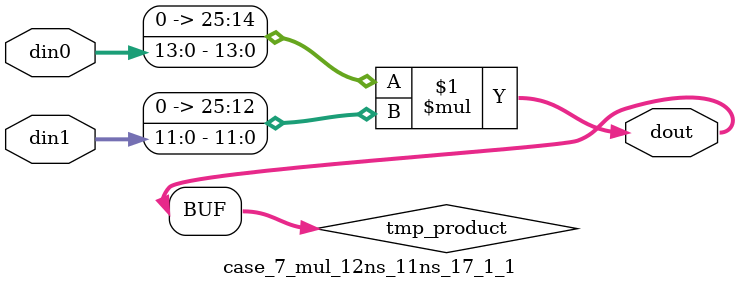
<source format=v>

`timescale 1 ns / 1 ps

 (* use_dsp = "no" *)  module case_7_mul_12ns_11ns_17_1_1(din0, din1, dout);
parameter ID = 1;
parameter NUM_STAGE = 0;
parameter din0_WIDTH = 14;
parameter din1_WIDTH = 12;
parameter dout_WIDTH = 26;

input [din0_WIDTH - 1 : 0] din0; 
input [din1_WIDTH - 1 : 0] din1; 
output [dout_WIDTH - 1 : 0] dout;

wire signed [dout_WIDTH - 1 : 0] tmp_product;
























assign tmp_product = $signed({1'b0, din0}) * $signed({1'b0, din1});











assign dout = tmp_product;





















endmodule

</source>
